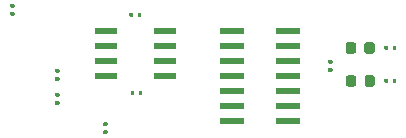
<source format=gbr>
G04 #@! TF.GenerationSoftware,KiCad,Pcbnew,(5.1.4)-1*
G04 #@! TF.CreationDate,2019-10-29T10:28:28+00:00*
G04 #@! TF.ProjectId,timer-board,74696d65-722d-4626-9f61-72642e6b6963,rev?*
G04 #@! TF.SameCoordinates,Original*
G04 #@! TF.FileFunction,Paste,Top*
G04 #@! TF.FilePolarity,Positive*
%FSLAX46Y46*%
G04 Gerber Fmt 4.6, Leading zero omitted, Abs format (unit mm)*
G04 Created by KiCad (PCBNEW (5.1.4)-1) date 2019-10-29 10:28:28*
%MOMM*%
%LPD*%
G04 APERTURE LIST*
%ADD10C,0.100000*%
%ADD11C,0.318000*%
%ADD12C,0.875000*%
%ADD13R,1.981200X0.558800*%
%ADD14R,2.057400X0.609600*%
G04 APERTURE END LIST*
D10*
G36*
X357556292Y-119454383D02*
G01*
X357564010Y-119455528D01*
X357571578Y-119457423D01*
X357578923Y-119460052D01*
X357585976Y-119463387D01*
X357592668Y-119467398D01*
X357598934Y-119472046D01*
X357604715Y-119477285D01*
X357609954Y-119483066D01*
X357614602Y-119489332D01*
X357618613Y-119496024D01*
X357621948Y-119503077D01*
X357624577Y-119510422D01*
X357626472Y-119517990D01*
X357627617Y-119525708D01*
X357628000Y-119533500D01*
X357628000Y-119734500D01*
X357627617Y-119742292D01*
X357626472Y-119750010D01*
X357624577Y-119757578D01*
X357621948Y-119764923D01*
X357618613Y-119771976D01*
X357614602Y-119778668D01*
X357609954Y-119784934D01*
X357604715Y-119790715D01*
X357598934Y-119795954D01*
X357592668Y-119800602D01*
X357585976Y-119804613D01*
X357578923Y-119807948D01*
X357571578Y-119810577D01*
X357564010Y-119812472D01*
X357556292Y-119813617D01*
X357548500Y-119814000D01*
X357389500Y-119814000D01*
X357381708Y-119813617D01*
X357373990Y-119812472D01*
X357366422Y-119810577D01*
X357359077Y-119807948D01*
X357352024Y-119804613D01*
X357345332Y-119800602D01*
X357339066Y-119795954D01*
X357333285Y-119790715D01*
X357328046Y-119784934D01*
X357323398Y-119778668D01*
X357319387Y-119771976D01*
X357316052Y-119764923D01*
X357313423Y-119757578D01*
X357311528Y-119750010D01*
X357310383Y-119742292D01*
X357310000Y-119734500D01*
X357310000Y-119533500D01*
X357310383Y-119525708D01*
X357311528Y-119517990D01*
X357313423Y-119510422D01*
X357316052Y-119503077D01*
X357319387Y-119496024D01*
X357323398Y-119489332D01*
X357328046Y-119483066D01*
X357333285Y-119477285D01*
X357339066Y-119472046D01*
X357345332Y-119467398D01*
X357352024Y-119463387D01*
X357359077Y-119460052D01*
X357366422Y-119457423D01*
X357373990Y-119455528D01*
X357381708Y-119454383D01*
X357389500Y-119454000D01*
X357548500Y-119454000D01*
X357556292Y-119454383D01*
X357556292Y-119454383D01*
G37*
D11*
X357469000Y-119634000D03*
D10*
G36*
X356866292Y-119454383D02*
G01*
X356874010Y-119455528D01*
X356881578Y-119457423D01*
X356888923Y-119460052D01*
X356895976Y-119463387D01*
X356902668Y-119467398D01*
X356908934Y-119472046D01*
X356914715Y-119477285D01*
X356919954Y-119483066D01*
X356924602Y-119489332D01*
X356928613Y-119496024D01*
X356931948Y-119503077D01*
X356934577Y-119510422D01*
X356936472Y-119517990D01*
X356937617Y-119525708D01*
X356938000Y-119533500D01*
X356938000Y-119734500D01*
X356937617Y-119742292D01*
X356936472Y-119750010D01*
X356934577Y-119757578D01*
X356931948Y-119764923D01*
X356928613Y-119771976D01*
X356924602Y-119778668D01*
X356919954Y-119784934D01*
X356914715Y-119790715D01*
X356908934Y-119795954D01*
X356902668Y-119800602D01*
X356895976Y-119804613D01*
X356888923Y-119807948D01*
X356881578Y-119810577D01*
X356874010Y-119812472D01*
X356866292Y-119813617D01*
X356858500Y-119814000D01*
X356699500Y-119814000D01*
X356691708Y-119813617D01*
X356683990Y-119812472D01*
X356676422Y-119810577D01*
X356669077Y-119807948D01*
X356662024Y-119804613D01*
X356655332Y-119800602D01*
X356649066Y-119795954D01*
X356643285Y-119790715D01*
X356638046Y-119784934D01*
X356633398Y-119778668D01*
X356629387Y-119771976D01*
X356626052Y-119764923D01*
X356623423Y-119757578D01*
X356621528Y-119750010D01*
X356620383Y-119742292D01*
X356620000Y-119734500D01*
X356620000Y-119533500D01*
X356620383Y-119525708D01*
X356621528Y-119517990D01*
X356623423Y-119510422D01*
X356626052Y-119503077D01*
X356629387Y-119496024D01*
X356633398Y-119489332D01*
X356638046Y-119483066D01*
X356643285Y-119477285D01*
X356649066Y-119472046D01*
X356655332Y-119467398D01*
X356662024Y-119463387D01*
X356669077Y-119460052D01*
X356676422Y-119457423D01*
X356683990Y-119455528D01*
X356691708Y-119454383D01*
X356699500Y-119454000D01*
X356858500Y-119454000D01*
X356866292Y-119454383D01*
X356866292Y-119454383D01*
G37*
D11*
X356779000Y-119634000D03*
D10*
G36*
X354036691Y-119160053D02*
G01*
X354057926Y-119163203D01*
X354078750Y-119168419D01*
X354098962Y-119175651D01*
X354118368Y-119184830D01*
X354136781Y-119195866D01*
X354154024Y-119208654D01*
X354169930Y-119223070D01*
X354184346Y-119238976D01*
X354197134Y-119256219D01*
X354208170Y-119274632D01*
X354217349Y-119294038D01*
X354224581Y-119314250D01*
X354229797Y-119335074D01*
X354232947Y-119356309D01*
X354234000Y-119377750D01*
X354234000Y-119890250D01*
X354232947Y-119911691D01*
X354229797Y-119932926D01*
X354224581Y-119953750D01*
X354217349Y-119973962D01*
X354208170Y-119993368D01*
X354197134Y-120011781D01*
X354184346Y-120029024D01*
X354169930Y-120044930D01*
X354154024Y-120059346D01*
X354136781Y-120072134D01*
X354118368Y-120083170D01*
X354098962Y-120092349D01*
X354078750Y-120099581D01*
X354057926Y-120104797D01*
X354036691Y-120107947D01*
X354015250Y-120109000D01*
X353577750Y-120109000D01*
X353556309Y-120107947D01*
X353535074Y-120104797D01*
X353514250Y-120099581D01*
X353494038Y-120092349D01*
X353474632Y-120083170D01*
X353456219Y-120072134D01*
X353438976Y-120059346D01*
X353423070Y-120044930D01*
X353408654Y-120029024D01*
X353395866Y-120011781D01*
X353384830Y-119993368D01*
X353375651Y-119973962D01*
X353368419Y-119953750D01*
X353363203Y-119932926D01*
X353360053Y-119911691D01*
X353359000Y-119890250D01*
X353359000Y-119377750D01*
X353360053Y-119356309D01*
X353363203Y-119335074D01*
X353368419Y-119314250D01*
X353375651Y-119294038D01*
X353384830Y-119274632D01*
X353395866Y-119256219D01*
X353408654Y-119238976D01*
X353423070Y-119223070D01*
X353438976Y-119208654D01*
X353456219Y-119195866D01*
X353474632Y-119184830D01*
X353494038Y-119175651D01*
X353514250Y-119168419D01*
X353535074Y-119163203D01*
X353556309Y-119160053D01*
X353577750Y-119159000D01*
X354015250Y-119159000D01*
X354036691Y-119160053D01*
X354036691Y-119160053D01*
G37*
D12*
X353796500Y-119634000D03*
D10*
G36*
X355611691Y-119160053D02*
G01*
X355632926Y-119163203D01*
X355653750Y-119168419D01*
X355673962Y-119175651D01*
X355693368Y-119184830D01*
X355711781Y-119195866D01*
X355729024Y-119208654D01*
X355744930Y-119223070D01*
X355759346Y-119238976D01*
X355772134Y-119256219D01*
X355783170Y-119274632D01*
X355792349Y-119294038D01*
X355799581Y-119314250D01*
X355804797Y-119335074D01*
X355807947Y-119356309D01*
X355809000Y-119377750D01*
X355809000Y-119890250D01*
X355807947Y-119911691D01*
X355804797Y-119932926D01*
X355799581Y-119953750D01*
X355792349Y-119973962D01*
X355783170Y-119993368D01*
X355772134Y-120011781D01*
X355759346Y-120029024D01*
X355744930Y-120044930D01*
X355729024Y-120059346D01*
X355711781Y-120072134D01*
X355693368Y-120083170D01*
X355673962Y-120092349D01*
X355653750Y-120099581D01*
X355632926Y-120104797D01*
X355611691Y-120107947D01*
X355590250Y-120109000D01*
X355152750Y-120109000D01*
X355131309Y-120107947D01*
X355110074Y-120104797D01*
X355089250Y-120099581D01*
X355069038Y-120092349D01*
X355049632Y-120083170D01*
X355031219Y-120072134D01*
X355013976Y-120059346D01*
X354998070Y-120044930D01*
X354983654Y-120029024D01*
X354970866Y-120011781D01*
X354959830Y-119993368D01*
X354950651Y-119973962D01*
X354943419Y-119953750D01*
X354938203Y-119932926D01*
X354935053Y-119911691D01*
X354934000Y-119890250D01*
X354934000Y-119377750D01*
X354935053Y-119356309D01*
X354938203Y-119335074D01*
X354943419Y-119314250D01*
X354950651Y-119294038D01*
X354959830Y-119274632D01*
X354970866Y-119256219D01*
X354983654Y-119238976D01*
X354998070Y-119223070D01*
X355013976Y-119208654D01*
X355031219Y-119195866D01*
X355049632Y-119184830D01*
X355069038Y-119175651D01*
X355089250Y-119168419D01*
X355110074Y-119163203D01*
X355131309Y-119160053D01*
X355152750Y-119159000D01*
X355590250Y-119159000D01*
X355611691Y-119160053D01*
X355611691Y-119160053D01*
G37*
D12*
X355371500Y-119634000D03*
D10*
G36*
X329038292Y-121344383D02*
G01*
X329046010Y-121345528D01*
X329053578Y-121347423D01*
X329060923Y-121350052D01*
X329067976Y-121353387D01*
X329074668Y-121357398D01*
X329080934Y-121362046D01*
X329086715Y-121367285D01*
X329091954Y-121373066D01*
X329096602Y-121379332D01*
X329100613Y-121386024D01*
X329103948Y-121393077D01*
X329106577Y-121400422D01*
X329108472Y-121407990D01*
X329109617Y-121415708D01*
X329110000Y-121423500D01*
X329110000Y-121582500D01*
X329109617Y-121590292D01*
X329108472Y-121598010D01*
X329106577Y-121605578D01*
X329103948Y-121612923D01*
X329100613Y-121619976D01*
X329096602Y-121626668D01*
X329091954Y-121632934D01*
X329086715Y-121638715D01*
X329080934Y-121643954D01*
X329074668Y-121648602D01*
X329067976Y-121652613D01*
X329060923Y-121655948D01*
X329053578Y-121658577D01*
X329046010Y-121660472D01*
X329038292Y-121661617D01*
X329030500Y-121662000D01*
X328829500Y-121662000D01*
X328821708Y-121661617D01*
X328813990Y-121660472D01*
X328806422Y-121658577D01*
X328799077Y-121655948D01*
X328792024Y-121652613D01*
X328785332Y-121648602D01*
X328779066Y-121643954D01*
X328773285Y-121638715D01*
X328768046Y-121632934D01*
X328763398Y-121626668D01*
X328759387Y-121619976D01*
X328756052Y-121612923D01*
X328753423Y-121605578D01*
X328751528Y-121598010D01*
X328750383Y-121590292D01*
X328750000Y-121582500D01*
X328750000Y-121423500D01*
X328750383Y-121415708D01*
X328751528Y-121407990D01*
X328753423Y-121400422D01*
X328756052Y-121393077D01*
X328759387Y-121386024D01*
X328763398Y-121379332D01*
X328768046Y-121373066D01*
X328773285Y-121367285D01*
X328779066Y-121362046D01*
X328785332Y-121357398D01*
X328792024Y-121353387D01*
X328799077Y-121350052D01*
X328806422Y-121347423D01*
X328813990Y-121345528D01*
X328821708Y-121344383D01*
X328829500Y-121344000D01*
X329030500Y-121344000D01*
X329038292Y-121344383D01*
X329038292Y-121344383D01*
G37*
D11*
X328930000Y-121503000D03*
D10*
G36*
X329038292Y-120654383D02*
G01*
X329046010Y-120655528D01*
X329053578Y-120657423D01*
X329060923Y-120660052D01*
X329067976Y-120663387D01*
X329074668Y-120667398D01*
X329080934Y-120672046D01*
X329086715Y-120677285D01*
X329091954Y-120683066D01*
X329096602Y-120689332D01*
X329100613Y-120696024D01*
X329103948Y-120703077D01*
X329106577Y-120710422D01*
X329108472Y-120717990D01*
X329109617Y-120725708D01*
X329110000Y-120733500D01*
X329110000Y-120892500D01*
X329109617Y-120900292D01*
X329108472Y-120908010D01*
X329106577Y-120915578D01*
X329103948Y-120922923D01*
X329100613Y-120929976D01*
X329096602Y-120936668D01*
X329091954Y-120942934D01*
X329086715Y-120948715D01*
X329080934Y-120953954D01*
X329074668Y-120958602D01*
X329067976Y-120962613D01*
X329060923Y-120965948D01*
X329053578Y-120968577D01*
X329046010Y-120970472D01*
X329038292Y-120971617D01*
X329030500Y-120972000D01*
X328829500Y-120972000D01*
X328821708Y-120971617D01*
X328813990Y-120970472D01*
X328806422Y-120968577D01*
X328799077Y-120965948D01*
X328792024Y-120962613D01*
X328785332Y-120958602D01*
X328779066Y-120953954D01*
X328773285Y-120948715D01*
X328768046Y-120942934D01*
X328763398Y-120936668D01*
X328759387Y-120929976D01*
X328756052Y-120922923D01*
X328753423Y-120915578D01*
X328751528Y-120908010D01*
X328750383Y-120900292D01*
X328750000Y-120892500D01*
X328750000Y-120733500D01*
X328750383Y-120725708D01*
X328751528Y-120717990D01*
X328753423Y-120710422D01*
X328756052Y-120703077D01*
X328759387Y-120696024D01*
X328763398Y-120689332D01*
X328768046Y-120683066D01*
X328773285Y-120677285D01*
X328779066Y-120672046D01*
X328785332Y-120667398D01*
X328792024Y-120663387D01*
X328799077Y-120660052D01*
X328806422Y-120657423D01*
X328813990Y-120655528D01*
X328821708Y-120654383D01*
X328829500Y-120654000D01*
X329030500Y-120654000D01*
X329038292Y-120654383D01*
X329038292Y-120654383D01*
G37*
D11*
X328930000Y-120813000D03*
D10*
G36*
X335966292Y-113866383D02*
G01*
X335974010Y-113867528D01*
X335981578Y-113869423D01*
X335988923Y-113872052D01*
X335995976Y-113875387D01*
X336002668Y-113879398D01*
X336008934Y-113884046D01*
X336014715Y-113889285D01*
X336019954Y-113895066D01*
X336024602Y-113901332D01*
X336028613Y-113908024D01*
X336031948Y-113915077D01*
X336034577Y-113922422D01*
X336036472Y-113929990D01*
X336037617Y-113937708D01*
X336038000Y-113945500D01*
X336038000Y-114146500D01*
X336037617Y-114154292D01*
X336036472Y-114162010D01*
X336034577Y-114169578D01*
X336031948Y-114176923D01*
X336028613Y-114183976D01*
X336024602Y-114190668D01*
X336019954Y-114196934D01*
X336014715Y-114202715D01*
X336008934Y-114207954D01*
X336002668Y-114212602D01*
X335995976Y-114216613D01*
X335988923Y-114219948D01*
X335981578Y-114222577D01*
X335974010Y-114224472D01*
X335966292Y-114225617D01*
X335958500Y-114226000D01*
X335799500Y-114226000D01*
X335791708Y-114225617D01*
X335783990Y-114224472D01*
X335776422Y-114222577D01*
X335769077Y-114219948D01*
X335762024Y-114216613D01*
X335755332Y-114212602D01*
X335749066Y-114207954D01*
X335743285Y-114202715D01*
X335738046Y-114196934D01*
X335733398Y-114190668D01*
X335729387Y-114183976D01*
X335726052Y-114176923D01*
X335723423Y-114169578D01*
X335721528Y-114162010D01*
X335720383Y-114154292D01*
X335720000Y-114146500D01*
X335720000Y-113945500D01*
X335720383Y-113937708D01*
X335721528Y-113929990D01*
X335723423Y-113922422D01*
X335726052Y-113915077D01*
X335729387Y-113908024D01*
X335733398Y-113901332D01*
X335738046Y-113895066D01*
X335743285Y-113889285D01*
X335749066Y-113884046D01*
X335755332Y-113879398D01*
X335762024Y-113875387D01*
X335769077Y-113872052D01*
X335776422Y-113869423D01*
X335783990Y-113867528D01*
X335791708Y-113866383D01*
X335799500Y-113866000D01*
X335958500Y-113866000D01*
X335966292Y-113866383D01*
X335966292Y-113866383D01*
G37*
D11*
X335879000Y-114046000D03*
D10*
G36*
X335276292Y-113866383D02*
G01*
X335284010Y-113867528D01*
X335291578Y-113869423D01*
X335298923Y-113872052D01*
X335305976Y-113875387D01*
X335312668Y-113879398D01*
X335318934Y-113884046D01*
X335324715Y-113889285D01*
X335329954Y-113895066D01*
X335334602Y-113901332D01*
X335338613Y-113908024D01*
X335341948Y-113915077D01*
X335344577Y-113922422D01*
X335346472Y-113929990D01*
X335347617Y-113937708D01*
X335348000Y-113945500D01*
X335348000Y-114146500D01*
X335347617Y-114154292D01*
X335346472Y-114162010D01*
X335344577Y-114169578D01*
X335341948Y-114176923D01*
X335338613Y-114183976D01*
X335334602Y-114190668D01*
X335329954Y-114196934D01*
X335324715Y-114202715D01*
X335318934Y-114207954D01*
X335312668Y-114212602D01*
X335305976Y-114216613D01*
X335298923Y-114219948D01*
X335291578Y-114222577D01*
X335284010Y-114224472D01*
X335276292Y-114225617D01*
X335268500Y-114226000D01*
X335109500Y-114226000D01*
X335101708Y-114225617D01*
X335093990Y-114224472D01*
X335086422Y-114222577D01*
X335079077Y-114219948D01*
X335072024Y-114216613D01*
X335065332Y-114212602D01*
X335059066Y-114207954D01*
X335053285Y-114202715D01*
X335048046Y-114196934D01*
X335043398Y-114190668D01*
X335039387Y-114183976D01*
X335036052Y-114176923D01*
X335033423Y-114169578D01*
X335031528Y-114162010D01*
X335030383Y-114154292D01*
X335030000Y-114146500D01*
X335030000Y-113945500D01*
X335030383Y-113937708D01*
X335031528Y-113929990D01*
X335033423Y-113922422D01*
X335036052Y-113915077D01*
X335039387Y-113908024D01*
X335043398Y-113901332D01*
X335048046Y-113895066D01*
X335053285Y-113889285D01*
X335059066Y-113884046D01*
X335065332Y-113879398D01*
X335072024Y-113875387D01*
X335079077Y-113872052D01*
X335086422Y-113869423D01*
X335093990Y-113867528D01*
X335101708Y-113866383D01*
X335109500Y-113866000D01*
X335268500Y-113866000D01*
X335276292Y-113866383D01*
X335276292Y-113866383D01*
G37*
D11*
X335189000Y-114046000D03*
D10*
G36*
X336057292Y-120470383D02*
G01*
X336065010Y-120471528D01*
X336072578Y-120473423D01*
X336079923Y-120476052D01*
X336086976Y-120479387D01*
X336093668Y-120483398D01*
X336099934Y-120488046D01*
X336105715Y-120493285D01*
X336110954Y-120499066D01*
X336115602Y-120505332D01*
X336119613Y-120512024D01*
X336122948Y-120519077D01*
X336125577Y-120526422D01*
X336127472Y-120533990D01*
X336128617Y-120541708D01*
X336129000Y-120549500D01*
X336129000Y-120750500D01*
X336128617Y-120758292D01*
X336127472Y-120766010D01*
X336125577Y-120773578D01*
X336122948Y-120780923D01*
X336119613Y-120787976D01*
X336115602Y-120794668D01*
X336110954Y-120800934D01*
X336105715Y-120806715D01*
X336099934Y-120811954D01*
X336093668Y-120816602D01*
X336086976Y-120820613D01*
X336079923Y-120823948D01*
X336072578Y-120826577D01*
X336065010Y-120828472D01*
X336057292Y-120829617D01*
X336049500Y-120830000D01*
X335890500Y-120830000D01*
X335882708Y-120829617D01*
X335874990Y-120828472D01*
X335867422Y-120826577D01*
X335860077Y-120823948D01*
X335853024Y-120820613D01*
X335846332Y-120816602D01*
X335840066Y-120811954D01*
X335834285Y-120806715D01*
X335829046Y-120800934D01*
X335824398Y-120794668D01*
X335820387Y-120787976D01*
X335817052Y-120780923D01*
X335814423Y-120773578D01*
X335812528Y-120766010D01*
X335811383Y-120758292D01*
X335811000Y-120750500D01*
X335811000Y-120549500D01*
X335811383Y-120541708D01*
X335812528Y-120533990D01*
X335814423Y-120526422D01*
X335817052Y-120519077D01*
X335820387Y-120512024D01*
X335824398Y-120505332D01*
X335829046Y-120499066D01*
X335834285Y-120493285D01*
X335840066Y-120488046D01*
X335846332Y-120483398D01*
X335853024Y-120479387D01*
X335860077Y-120476052D01*
X335867422Y-120473423D01*
X335874990Y-120471528D01*
X335882708Y-120470383D01*
X335890500Y-120470000D01*
X336049500Y-120470000D01*
X336057292Y-120470383D01*
X336057292Y-120470383D01*
G37*
D11*
X335970000Y-120650000D03*
D10*
G36*
X335367292Y-120470383D02*
G01*
X335375010Y-120471528D01*
X335382578Y-120473423D01*
X335389923Y-120476052D01*
X335396976Y-120479387D01*
X335403668Y-120483398D01*
X335409934Y-120488046D01*
X335415715Y-120493285D01*
X335420954Y-120499066D01*
X335425602Y-120505332D01*
X335429613Y-120512024D01*
X335432948Y-120519077D01*
X335435577Y-120526422D01*
X335437472Y-120533990D01*
X335438617Y-120541708D01*
X335439000Y-120549500D01*
X335439000Y-120750500D01*
X335438617Y-120758292D01*
X335437472Y-120766010D01*
X335435577Y-120773578D01*
X335432948Y-120780923D01*
X335429613Y-120787976D01*
X335425602Y-120794668D01*
X335420954Y-120800934D01*
X335415715Y-120806715D01*
X335409934Y-120811954D01*
X335403668Y-120816602D01*
X335396976Y-120820613D01*
X335389923Y-120823948D01*
X335382578Y-120826577D01*
X335375010Y-120828472D01*
X335367292Y-120829617D01*
X335359500Y-120830000D01*
X335200500Y-120830000D01*
X335192708Y-120829617D01*
X335184990Y-120828472D01*
X335177422Y-120826577D01*
X335170077Y-120823948D01*
X335163024Y-120820613D01*
X335156332Y-120816602D01*
X335150066Y-120811954D01*
X335144285Y-120806715D01*
X335139046Y-120800934D01*
X335134398Y-120794668D01*
X335130387Y-120787976D01*
X335127052Y-120780923D01*
X335124423Y-120773578D01*
X335122528Y-120766010D01*
X335121383Y-120758292D01*
X335121000Y-120750500D01*
X335121000Y-120549500D01*
X335121383Y-120541708D01*
X335122528Y-120533990D01*
X335124423Y-120526422D01*
X335127052Y-120519077D01*
X335130387Y-120512024D01*
X335134398Y-120505332D01*
X335139046Y-120499066D01*
X335144285Y-120493285D01*
X335150066Y-120488046D01*
X335156332Y-120483398D01*
X335163024Y-120479387D01*
X335170077Y-120476052D01*
X335177422Y-120473423D01*
X335184990Y-120471528D01*
X335192708Y-120470383D01*
X335200500Y-120470000D01*
X335359500Y-120470000D01*
X335367292Y-120470383D01*
X335367292Y-120470383D01*
G37*
D11*
X335280000Y-120650000D03*
D10*
G36*
X355586191Y-116366053D02*
G01*
X355607426Y-116369203D01*
X355628250Y-116374419D01*
X355648462Y-116381651D01*
X355667868Y-116390830D01*
X355686281Y-116401866D01*
X355703524Y-116414654D01*
X355719430Y-116429070D01*
X355733846Y-116444976D01*
X355746634Y-116462219D01*
X355757670Y-116480632D01*
X355766849Y-116500038D01*
X355774081Y-116520250D01*
X355779297Y-116541074D01*
X355782447Y-116562309D01*
X355783500Y-116583750D01*
X355783500Y-117096250D01*
X355782447Y-117117691D01*
X355779297Y-117138926D01*
X355774081Y-117159750D01*
X355766849Y-117179962D01*
X355757670Y-117199368D01*
X355746634Y-117217781D01*
X355733846Y-117235024D01*
X355719430Y-117250930D01*
X355703524Y-117265346D01*
X355686281Y-117278134D01*
X355667868Y-117289170D01*
X355648462Y-117298349D01*
X355628250Y-117305581D01*
X355607426Y-117310797D01*
X355586191Y-117313947D01*
X355564750Y-117315000D01*
X355127250Y-117315000D01*
X355105809Y-117313947D01*
X355084574Y-117310797D01*
X355063750Y-117305581D01*
X355043538Y-117298349D01*
X355024132Y-117289170D01*
X355005719Y-117278134D01*
X354988476Y-117265346D01*
X354972570Y-117250930D01*
X354958154Y-117235024D01*
X354945366Y-117217781D01*
X354934330Y-117199368D01*
X354925151Y-117179962D01*
X354917919Y-117159750D01*
X354912703Y-117138926D01*
X354909553Y-117117691D01*
X354908500Y-117096250D01*
X354908500Y-116583750D01*
X354909553Y-116562309D01*
X354912703Y-116541074D01*
X354917919Y-116520250D01*
X354925151Y-116500038D01*
X354934330Y-116480632D01*
X354945366Y-116462219D01*
X354958154Y-116444976D01*
X354972570Y-116429070D01*
X354988476Y-116414654D01*
X355005719Y-116401866D01*
X355024132Y-116390830D01*
X355043538Y-116381651D01*
X355063750Y-116374419D01*
X355084574Y-116369203D01*
X355105809Y-116366053D01*
X355127250Y-116365000D01*
X355564750Y-116365000D01*
X355586191Y-116366053D01*
X355586191Y-116366053D01*
G37*
D12*
X355346000Y-116840000D03*
D10*
G36*
X354011191Y-116366053D02*
G01*
X354032426Y-116369203D01*
X354053250Y-116374419D01*
X354073462Y-116381651D01*
X354092868Y-116390830D01*
X354111281Y-116401866D01*
X354128524Y-116414654D01*
X354144430Y-116429070D01*
X354158846Y-116444976D01*
X354171634Y-116462219D01*
X354182670Y-116480632D01*
X354191849Y-116500038D01*
X354199081Y-116520250D01*
X354204297Y-116541074D01*
X354207447Y-116562309D01*
X354208500Y-116583750D01*
X354208500Y-117096250D01*
X354207447Y-117117691D01*
X354204297Y-117138926D01*
X354199081Y-117159750D01*
X354191849Y-117179962D01*
X354182670Y-117199368D01*
X354171634Y-117217781D01*
X354158846Y-117235024D01*
X354144430Y-117250930D01*
X354128524Y-117265346D01*
X354111281Y-117278134D01*
X354092868Y-117289170D01*
X354073462Y-117298349D01*
X354053250Y-117305581D01*
X354032426Y-117310797D01*
X354011191Y-117313947D01*
X353989750Y-117315000D01*
X353552250Y-117315000D01*
X353530809Y-117313947D01*
X353509574Y-117310797D01*
X353488750Y-117305581D01*
X353468538Y-117298349D01*
X353449132Y-117289170D01*
X353430719Y-117278134D01*
X353413476Y-117265346D01*
X353397570Y-117250930D01*
X353383154Y-117235024D01*
X353370366Y-117217781D01*
X353359330Y-117199368D01*
X353350151Y-117179962D01*
X353342919Y-117159750D01*
X353337703Y-117138926D01*
X353334553Y-117117691D01*
X353333500Y-117096250D01*
X353333500Y-116583750D01*
X353334553Y-116562309D01*
X353337703Y-116541074D01*
X353342919Y-116520250D01*
X353350151Y-116500038D01*
X353359330Y-116480632D01*
X353370366Y-116462219D01*
X353383154Y-116444976D01*
X353397570Y-116429070D01*
X353413476Y-116414654D01*
X353430719Y-116401866D01*
X353449132Y-116390830D01*
X353468538Y-116381651D01*
X353488750Y-116374419D01*
X353509574Y-116369203D01*
X353530809Y-116366053D01*
X353552250Y-116365000D01*
X353989750Y-116365000D01*
X354011191Y-116366053D01*
X354011191Y-116366053D01*
G37*
D12*
X353771000Y-116840000D03*
D10*
G36*
X325228292Y-113100383D02*
G01*
X325236010Y-113101528D01*
X325243578Y-113103423D01*
X325250923Y-113106052D01*
X325257976Y-113109387D01*
X325264668Y-113113398D01*
X325270934Y-113118046D01*
X325276715Y-113123285D01*
X325281954Y-113129066D01*
X325286602Y-113135332D01*
X325290613Y-113142024D01*
X325293948Y-113149077D01*
X325296577Y-113156422D01*
X325298472Y-113163990D01*
X325299617Y-113171708D01*
X325300000Y-113179500D01*
X325300000Y-113338500D01*
X325299617Y-113346292D01*
X325298472Y-113354010D01*
X325296577Y-113361578D01*
X325293948Y-113368923D01*
X325290613Y-113375976D01*
X325286602Y-113382668D01*
X325281954Y-113388934D01*
X325276715Y-113394715D01*
X325270934Y-113399954D01*
X325264668Y-113404602D01*
X325257976Y-113408613D01*
X325250923Y-113411948D01*
X325243578Y-113414577D01*
X325236010Y-113416472D01*
X325228292Y-113417617D01*
X325220500Y-113418000D01*
X325019500Y-113418000D01*
X325011708Y-113417617D01*
X325003990Y-113416472D01*
X324996422Y-113414577D01*
X324989077Y-113411948D01*
X324982024Y-113408613D01*
X324975332Y-113404602D01*
X324969066Y-113399954D01*
X324963285Y-113394715D01*
X324958046Y-113388934D01*
X324953398Y-113382668D01*
X324949387Y-113375976D01*
X324946052Y-113368923D01*
X324943423Y-113361578D01*
X324941528Y-113354010D01*
X324940383Y-113346292D01*
X324940000Y-113338500D01*
X324940000Y-113179500D01*
X324940383Y-113171708D01*
X324941528Y-113163990D01*
X324943423Y-113156422D01*
X324946052Y-113149077D01*
X324949387Y-113142024D01*
X324953398Y-113135332D01*
X324958046Y-113129066D01*
X324963285Y-113123285D01*
X324969066Y-113118046D01*
X324975332Y-113113398D01*
X324982024Y-113109387D01*
X324989077Y-113106052D01*
X324996422Y-113103423D01*
X325003990Y-113101528D01*
X325011708Y-113100383D01*
X325019500Y-113100000D01*
X325220500Y-113100000D01*
X325228292Y-113100383D01*
X325228292Y-113100383D01*
G37*
D11*
X325120000Y-113259000D03*
D10*
G36*
X325228292Y-113790383D02*
G01*
X325236010Y-113791528D01*
X325243578Y-113793423D01*
X325250923Y-113796052D01*
X325257976Y-113799387D01*
X325264668Y-113803398D01*
X325270934Y-113808046D01*
X325276715Y-113813285D01*
X325281954Y-113819066D01*
X325286602Y-113825332D01*
X325290613Y-113832024D01*
X325293948Y-113839077D01*
X325296577Y-113846422D01*
X325298472Y-113853990D01*
X325299617Y-113861708D01*
X325300000Y-113869500D01*
X325300000Y-114028500D01*
X325299617Y-114036292D01*
X325298472Y-114044010D01*
X325296577Y-114051578D01*
X325293948Y-114058923D01*
X325290613Y-114065976D01*
X325286602Y-114072668D01*
X325281954Y-114078934D01*
X325276715Y-114084715D01*
X325270934Y-114089954D01*
X325264668Y-114094602D01*
X325257976Y-114098613D01*
X325250923Y-114101948D01*
X325243578Y-114104577D01*
X325236010Y-114106472D01*
X325228292Y-114107617D01*
X325220500Y-114108000D01*
X325019500Y-114108000D01*
X325011708Y-114107617D01*
X325003990Y-114106472D01*
X324996422Y-114104577D01*
X324989077Y-114101948D01*
X324982024Y-114098613D01*
X324975332Y-114094602D01*
X324969066Y-114089954D01*
X324963285Y-114084715D01*
X324958046Y-114078934D01*
X324953398Y-114072668D01*
X324949387Y-114065976D01*
X324946052Y-114058923D01*
X324943423Y-114051578D01*
X324941528Y-114044010D01*
X324940383Y-114036292D01*
X324940000Y-114028500D01*
X324940000Y-113869500D01*
X324940383Y-113861708D01*
X324941528Y-113853990D01*
X324943423Y-113846422D01*
X324946052Y-113839077D01*
X324949387Y-113832024D01*
X324953398Y-113825332D01*
X324958046Y-113819066D01*
X324963285Y-113813285D01*
X324969066Y-113808046D01*
X324975332Y-113803398D01*
X324982024Y-113799387D01*
X324989077Y-113796052D01*
X324996422Y-113793423D01*
X325003990Y-113791528D01*
X325011708Y-113790383D01*
X325019500Y-113790000D01*
X325220500Y-113790000D01*
X325228292Y-113790383D01*
X325228292Y-113790383D01*
G37*
D11*
X325120000Y-113949000D03*
D10*
G36*
X333102292Y-123818383D02*
G01*
X333110010Y-123819528D01*
X333117578Y-123821423D01*
X333124923Y-123824052D01*
X333131976Y-123827387D01*
X333138668Y-123831398D01*
X333144934Y-123836046D01*
X333150715Y-123841285D01*
X333155954Y-123847066D01*
X333160602Y-123853332D01*
X333164613Y-123860024D01*
X333167948Y-123867077D01*
X333170577Y-123874422D01*
X333172472Y-123881990D01*
X333173617Y-123889708D01*
X333174000Y-123897500D01*
X333174000Y-124056500D01*
X333173617Y-124064292D01*
X333172472Y-124072010D01*
X333170577Y-124079578D01*
X333167948Y-124086923D01*
X333164613Y-124093976D01*
X333160602Y-124100668D01*
X333155954Y-124106934D01*
X333150715Y-124112715D01*
X333144934Y-124117954D01*
X333138668Y-124122602D01*
X333131976Y-124126613D01*
X333124923Y-124129948D01*
X333117578Y-124132577D01*
X333110010Y-124134472D01*
X333102292Y-124135617D01*
X333094500Y-124136000D01*
X332893500Y-124136000D01*
X332885708Y-124135617D01*
X332877990Y-124134472D01*
X332870422Y-124132577D01*
X332863077Y-124129948D01*
X332856024Y-124126613D01*
X332849332Y-124122602D01*
X332843066Y-124117954D01*
X332837285Y-124112715D01*
X332832046Y-124106934D01*
X332827398Y-124100668D01*
X332823387Y-124093976D01*
X332820052Y-124086923D01*
X332817423Y-124079578D01*
X332815528Y-124072010D01*
X332814383Y-124064292D01*
X332814000Y-124056500D01*
X332814000Y-123897500D01*
X332814383Y-123889708D01*
X332815528Y-123881990D01*
X332817423Y-123874422D01*
X332820052Y-123867077D01*
X332823387Y-123860024D01*
X332827398Y-123853332D01*
X332832046Y-123847066D01*
X332837285Y-123841285D01*
X332843066Y-123836046D01*
X332849332Y-123831398D01*
X332856024Y-123827387D01*
X332863077Y-123824052D01*
X332870422Y-123821423D01*
X332877990Y-123819528D01*
X332885708Y-123818383D01*
X332893500Y-123818000D01*
X333094500Y-123818000D01*
X333102292Y-123818383D01*
X333102292Y-123818383D01*
G37*
D11*
X332994000Y-123977000D03*
D10*
G36*
X333102292Y-123128383D02*
G01*
X333110010Y-123129528D01*
X333117578Y-123131423D01*
X333124923Y-123134052D01*
X333131976Y-123137387D01*
X333138668Y-123141398D01*
X333144934Y-123146046D01*
X333150715Y-123151285D01*
X333155954Y-123157066D01*
X333160602Y-123163332D01*
X333164613Y-123170024D01*
X333167948Y-123177077D01*
X333170577Y-123184422D01*
X333172472Y-123191990D01*
X333173617Y-123199708D01*
X333174000Y-123207500D01*
X333174000Y-123366500D01*
X333173617Y-123374292D01*
X333172472Y-123382010D01*
X333170577Y-123389578D01*
X333167948Y-123396923D01*
X333164613Y-123403976D01*
X333160602Y-123410668D01*
X333155954Y-123416934D01*
X333150715Y-123422715D01*
X333144934Y-123427954D01*
X333138668Y-123432602D01*
X333131976Y-123436613D01*
X333124923Y-123439948D01*
X333117578Y-123442577D01*
X333110010Y-123444472D01*
X333102292Y-123445617D01*
X333094500Y-123446000D01*
X332893500Y-123446000D01*
X332885708Y-123445617D01*
X332877990Y-123444472D01*
X332870422Y-123442577D01*
X332863077Y-123439948D01*
X332856024Y-123436613D01*
X332849332Y-123432602D01*
X332843066Y-123427954D01*
X332837285Y-123422715D01*
X332832046Y-123416934D01*
X332827398Y-123410668D01*
X332823387Y-123403976D01*
X332820052Y-123396923D01*
X332817423Y-123389578D01*
X332815528Y-123382010D01*
X332814383Y-123374292D01*
X332814000Y-123366500D01*
X332814000Y-123207500D01*
X332814383Y-123199708D01*
X332815528Y-123191990D01*
X332817423Y-123184422D01*
X332820052Y-123177077D01*
X332823387Y-123170024D01*
X332827398Y-123163332D01*
X332832046Y-123157066D01*
X332837285Y-123151285D01*
X332843066Y-123146046D01*
X332849332Y-123141398D01*
X332856024Y-123137387D01*
X332863077Y-123134052D01*
X332870422Y-123131423D01*
X332877990Y-123129528D01*
X332885708Y-123128383D01*
X332893500Y-123128000D01*
X333094500Y-123128000D01*
X333102292Y-123128383D01*
X333102292Y-123128383D01*
G37*
D11*
X332994000Y-123287000D03*
D10*
G36*
X329038292Y-118622383D02*
G01*
X329046010Y-118623528D01*
X329053578Y-118625423D01*
X329060923Y-118628052D01*
X329067976Y-118631387D01*
X329074668Y-118635398D01*
X329080934Y-118640046D01*
X329086715Y-118645285D01*
X329091954Y-118651066D01*
X329096602Y-118657332D01*
X329100613Y-118664024D01*
X329103948Y-118671077D01*
X329106577Y-118678422D01*
X329108472Y-118685990D01*
X329109617Y-118693708D01*
X329110000Y-118701500D01*
X329110000Y-118860500D01*
X329109617Y-118868292D01*
X329108472Y-118876010D01*
X329106577Y-118883578D01*
X329103948Y-118890923D01*
X329100613Y-118897976D01*
X329096602Y-118904668D01*
X329091954Y-118910934D01*
X329086715Y-118916715D01*
X329080934Y-118921954D01*
X329074668Y-118926602D01*
X329067976Y-118930613D01*
X329060923Y-118933948D01*
X329053578Y-118936577D01*
X329046010Y-118938472D01*
X329038292Y-118939617D01*
X329030500Y-118940000D01*
X328829500Y-118940000D01*
X328821708Y-118939617D01*
X328813990Y-118938472D01*
X328806422Y-118936577D01*
X328799077Y-118933948D01*
X328792024Y-118930613D01*
X328785332Y-118926602D01*
X328779066Y-118921954D01*
X328773285Y-118916715D01*
X328768046Y-118910934D01*
X328763398Y-118904668D01*
X328759387Y-118897976D01*
X328756052Y-118890923D01*
X328753423Y-118883578D01*
X328751528Y-118876010D01*
X328750383Y-118868292D01*
X328750000Y-118860500D01*
X328750000Y-118701500D01*
X328750383Y-118693708D01*
X328751528Y-118685990D01*
X328753423Y-118678422D01*
X328756052Y-118671077D01*
X328759387Y-118664024D01*
X328763398Y-118657332D01*
X328768046Y-118651066D01*
X328773285Y-118645285D01*
X328779066Y-118640046D01*
X328785332Y-118635398D01*
X328792024Y-118631387D01*
X328799077Y-118628052D01*
X328806422Y-118625423D01*
X328813990Y-118623528D01*
X328821708Y-118622383D01*
X328829500Y-118622000D01*
X329030500Y-118622000D01*
X329038292Y-118622383D01*
X329038292Y-118622383D01*
G37*
D11*
X328930000Y-118781000D03*
D10*
G36*
X329038292Y-119312383D02*
G01*
X329046010Y-119313528D01*
X329053578Y-119315423D01*
X329060923Y-119318052D01*
X329067976Y-119321387D01*
X329074668Y-119325398D01*
X329080934Y-119330046D01*
X329086715Y-119335285D01*
X329091954Y-119341066D01*
X329096602Y-119347332D01*
X329100613Y-119354024D01*
X329103948Y-119361077D01*
X329106577Y-119368422D01*
X329108472Y-119375990D01*
X329109617Y-119383708D01*
X329110000Y-119391500D01*
X329110000Y-119550500D01*
X329109617Y-119558292D01*
X329108472Y-119566010D01*
X329106577Y-119573578D01*
X329103948Y-119580923D01*
X329100613Y-119587976D01*
X329096602Y-119594668D01*
X329091954Y-119600934D01*
X329086715Y-119606715D01*
X329080934Y-119611954D01*
X329074668Y-119616602D01*
X329067976Y-119620613D01*
X329060923Y-119623948D01*
X329053578Y-119626577D01*
X329046010Y-119628472D01*
X329038292Y-119629617D01*
X329030500Y-119630000D01*
X328829500Y-119630000D01*
X328821708Y-119629617D01*
X328813990Y-119628472D01*
X328806422Y-119626577D01*
X328799077Y-119623948D01*
X328792024Y-119620613D01*
X328785332Y-119616602D01*
X328779066Y-119611954D01*
X328773285Y-119606715D01*
X328768046Y-119600934D01*
X328763398Y-119594668D01*
X328759387Y-119587976D01*
X328756052Y-119580923D01*
X328753423Y-119573578D01*
X328751528Y-119566010D01*
X328750383Y-119558292D01*
X328750000Y-119550500D01*
X328750000Y-119391500D01*
X328750383Y-119383708D01*
X328751528Y-119375990D01*
X328753423Y-119368422D01*
X328756052Y-119361077D01*
X328759387Y-119354024D01*
X328763398Y-119347332D01*
X328768046Y-119341066D01*
X328773285Y-119335285D01*
X328779066Y-119330046D01*
X328785332Y-119325398D01*
X328792024Y-119321387D01*
X328799077Y-119318052D01*
X328806422Y-119315423D01*
X328813990Y-119313528D01*
X328821708Y-119312383D01*
X328829500Y-119312000D01*
X329030500Y-119312000D01*
X329038292Y-119312383D01*
X329038292Y-119312383D01*
G37*
D11*
X328930000Y-119471000D03*
D10*
G36*
X352152292Y-117860383D02*
G01*
X352160010Y-117861528D01*
X352167578Y-117863423D01*
X352174923Y-117866052D01*
X352181976Y-117869387D01*
X352188668Y-117873398D01*
X352194934Y-117878046D01*
X352200715Y-117883285D01*
X352205954Y-117889066D01*
X352210602Y-117895332D01*
X352214613Y-117902024D01*
X352217948Y-117909077D01*
X352220577Y-117916422D01*
X352222472Y-117923990D01*
X352223617Y-117931708D01*
X352224000Y-117939500D01*
X352224000Y-118098500D01*
X352223617Y-118106292D01*
X352222472Y-118114010D01*
X352220577Y-118121578D01*
X352217948Y-118128923D01*
X352214613Y-118135976D01*
X352210602Y-118142668D01*
X352205954Y-118148934D01*
X352200715Y-118154715D01*
X352194934Y-118159954D01*
X352188668Y-118164602D01*
X352181976Y-118168613D01*
X352174923Y-118171948D01*
X352167578Y-118174577D01*
X352160010Y-118176472D01*
X352152292Y-118177617D01*
X352144500Y-118178000D01*
X351943500Y-118178000D01*
X351935708Y-118177617D01*
X351927990Y-118176472D01*
X351920422Y-118174577D01*
X351913077Y-118171948D01*
X351906024Y-118168613D01*
X351899332Y-118164602D01*
X351893066Y-118159954D01*
X351887285Y-118154715D01*
X351882046Y-118148934D01*
X351877398Y-118142668D01*
X351873387Y-118135976D01*
X351870052Y-118128923D01*
X351867423Y-118121578D01*
X351865528Y-118114010D01*
X351864383Y-118106292D01*
X351864000Y-118098500D01*
X351864000Y-117939500D01*
X351864383Y-117931708D01*
X351865528Y-117923990D01*
X351867423Y-117916422D01*
X351870052Y-117909077D01*
X351873387Y-117902024D01*
X351877398Y-117895332D01*
X351882046Y-117889066D01*
X351887285Y-117883285D01*
X351893066Y-117878046D01*
X351899332Y-117873398D01*
X351906024Y-117869387D01*
X351913077Y-117866052D01*
X351920422Y-117863423D01*
X351927990Y-117861528D01*
X351935708Y-117860383D01*
X351943500Y-117860000D01*
X352144500Y-117860000D01*
X352152292Y-117860383D01*
X352152292Y-117860383D01*
G37*
D11*
X352044000Y-118019000D03*
D10*
G36*
X352152292Y-118550383D02*
G01*
X352160010Y-118551528D01*
X352167578Y-118553423D01*
X352174923Y-118556052D01*
X352181976Y-118559387D01*
X352188668Y-118563398D01*
X352194934Y-118568046D01*
X352200715Y-118573285D01*
X352205954Y-118579066D01*
X352210602Y-118585332D01*
X352214613Y-118592024D01*
X352217948Y-118599077D01*
X352220577Y-118606422D01*
X352222472Y-118613990D01*
X352223617Y-118621708D01*
X352224000Y-118629500D01*
X352224000Y-118788500D01*
X352223617Y-118796292D01*
X352222472Y-118804010D01*
X352220577Y-118811578D01*
X352217948Y-118818923D01*
X352214613Y-118825976D01*
X352210602Y-118832668D01*
X352205954Y-118838934D01*
X352200715Y-118844715D01*
X352194934Y-118849954D01*
X352188668Y-118854602D01*
X352181976Y-118858613D01*
X352174923Y-118861948D01*
X352167578Y-118864577D01*
X352160010Y-118866472D01*
X352152292Y-118867617D01*
X352144500Y-118868000D01*
X351943500Y-118868000D01*
X351935708Y-118867617D01*
X351927990Y-118866472D01*
X351920422Y-118864577D01*
X351913077Y-118861948D01*
X351906024Y-118858613D01*
X351899332Y-118854602D01*
X351893066Y-118849954D01*
X351887285Y-118844715D01*
X351882046Y-118838934D01*
X351877398Y-118832668D01*
X351873387Y-118825976D01*
X351870052Y-118818923D01*
X351867423Y-118811578D01*
X351865528Y-118804010D01*
X351864383Y-118796292D01*
X351864000Y-118788500D01*
X351864000Y-118629500D01*
X351864383Y-118621708D01*
X351865528Y-118613990D01*
X351867423Y-118606422D01*
X351870052Y-118599077D01*
X351873387Y-118592024D01*
X351877398Y-118585332D01*
X351882046Y-118579066D01*
X351887285Y-118573285D01*
X351893066Y-118568046D01*
X351899332Y-118563398D01*
X351906024Y-118559387D01*
X351913077Y-118556052D01*
X351920422Y-118553423D01*
X351927990Y-118551528D01*
X351935708Y-118550383D01*
X351943500Y-118550000D01*
X352144500Y-118550000D01*
X352152292Y-118550383D01*
X352152292Y-118550383D01*
G37*
D11*
X352044000Y-118709000D03*
D10*
G36*
X356866292Y-116660383D02*
G01*
X356874010Y-116661528D01*
X356881578Y-116663423D01*
X356888923Y-116666052D01*
X356895976Y-116669387D01*
X356902668Y-116673398D01*
X356908934Y-116678046D01*
X356914715Y-116683285D01*
X356919954Y-116689066D01*
X356924602Y-116695332D01*
X356928613Y-116702024D01*
X356931948Y-116709077D01*
X356934577Y-116716422D01*
X356936472Y-116723990D01*
X356937617Y-116731708D01*
X356938000Y-116739500D01*
X356938000Y-116940500D01*
X356937617Y-116948292D01*
X356936472Y-116956010D01*
X356934577Y-116963578D01*
X356931948Y-116970923D01*
X356928613Y-116977976D01*
X356924602Y-116984668D01*
X356919954Y-116990934D01*
X356914715Y-116996715D01*
X356908934Y-117001954D01*
X356902668Y-117006602D01*
X356895976Y-117010613D01*
X356888923Y-117013948D01*
X356881578Y-117016577D01*
X356874010Y-117018472D01*
X356866292Y-117019617D01*
X356858500Y-117020000D01*
X356699500Y-117020000D01*
X356691708Y-117019617D01*
X356683990Y-117018472D01*
X356676422Y-117016577D01*
X356669077Y-117013948D01*
X356662024Y-117010613D01*
X356655332Y-117006602D01*
X356649066Y-117001954D01*
X356643285Y-116996715D01*
X356638046Y-116990934D01*
X356633398Y-116984668D01*
X356629387Y-116977976D01*
X356626052Y-116970923D01*
X356623423Y-116963578D01*
X356621528Y-116956010D01*
X356620383Y-116948292D01*
X356620000Y-116940500D01*
X356620000Y-116739500D01*
X356620383Y-116731708D01*
X356621528Y-116723990D01*
X356623423Y-116716422D01*
X356626052Y-116709077D01*
X356629387Y-116702024D01*
X356633398Y-116695332D01*
X356638046Y-116689066D01*
X356643285Y-116683285D01*
X356649066Y-116678046D01*
X356655332Y-116673398D01*
X356662024Y-116669387D01*
X356669077Y-116666052D01*
X356676422Y-116663423D01*
X356683990Y-116661528D01*
X356691708Y-116660383D01*
X356699500Y-116660000D01*
X356858500Y-116660000D01*
X356866292Y-116660383D01*
X356866292Y-116660383D01*
G37*
D11*
X356779000Y-116840000D03*
D10*
G36*
X357556292Y-116660383D02*
G01*
X357564010Y-116661528D01*
X357571578Y-116663423D01*
X357578923Y-116666052D01*
X357585976Y-116669387D01*
X357592668Y-116673398D01*
X357598934Y-116678046D01*
X357604715Y-116683285D01*
X357609954Y-116689066D01*
X357614602Y-116695332D01*
X357618613Y-116702024D01*
X357621948Y-116709077D01*
X357624577Y-116716422D01*
X357626472Y-116723990D01*
X357627617Y-116731708D01*
X357628000Y-116739500D01*
X357628000Y-116940500D01*
X357627617Y-116948292D01*
X357626472Y-116956010D01*
X357624577Y-116963578D01*
X357621948Y-116970923D01*
X357618613Y-116977976D01*
X357614602Y-116984668D01*
X357609954Y-116990934D01*
X357604715Y-116996715D01*
X357598934Y-117001954D01*
X357592668Y-117006602D01*
X357585976Y-117010613D01*
X357578923Y-117013948D01*
X357571578Y-117016577D01*
X357564010Y-117018472D01*
X357556292Y-117019617D01*
X357548500Y-117020000D01*
X357389500Y-117020000D01*
X357381708Y-117019617D01*
X357373990Y-117018472D01*
X357366422Y-117016577D01*
X357359077Y-117013948D01*
X357352024Y-117010613D01*
X357345332Y-117006602D01*
X357339066Y-117001954D01*
X357333285Y-116996715D01*
X357328046Y-116990934D01*
X357323398Y-116984668D01*
X357319387Y-116977976D01*
X357316052Y-116970923D01*
X357313423Y-116963578D01*
X357311528Y-116956010D01*
X357310383Y-116948292D01*
X357310000Y-116940500D01*
X357310000Y-116739500D01*
X357310383Y-116731708D01*
X357311528Y-116723990D01*
X357313423Y-116716422D01*
X357316052Y-116709077D01*
X357319387Y-116702024D01*
X357323398Y-116695332D01*
X357328046Y-116689066D01*
X357333285Y-116683285D01*
X357339066Y-116678046D01*
X357345332Y-116673398D01*
X357352024Y-116669387D01*
X357359077Y-116666052D01*
X357366422Y-116663423D01*
X357373990Y-116661528D01*
X357381708Y-116660383D01*
X357389500Y-116660000D01*
X357548500Y-116660000D01*
X357556292Y-116660383D01*
X357556292Y-116660383D01*
G37*
D11*
X357469000Y-116840000D03*
D13*
X333070200Y-115443000D03*
X333070200Y-116713000D03*
X333070200Y-117983000D03*
X333070200Y-119253000D03*
X337997800Y-119253000D03*
X337997800Y-117983000D03*
X337997800Y-116713000D03*
X337997800Y-115443000D03*
D14*
X343687400Y-115380000D03*
X343687400Y-116650000D03*
X343687400Y-117920000D03*
X343687400Y-119190000D03*
X343687400Y-120460000D03*
X343687400Y-121730000D03*
X343687400Y-123000000D03*
X348488000Y-123000000D03*
X348488000Y-121730000D03*
X348488000Y-120460000D03*
X348488000Y-119190000D03*
X348488000Y-117920000D03*
X348488000Y-116650000D03*
X348488000Y-115380000D03*
M02*

</source>
